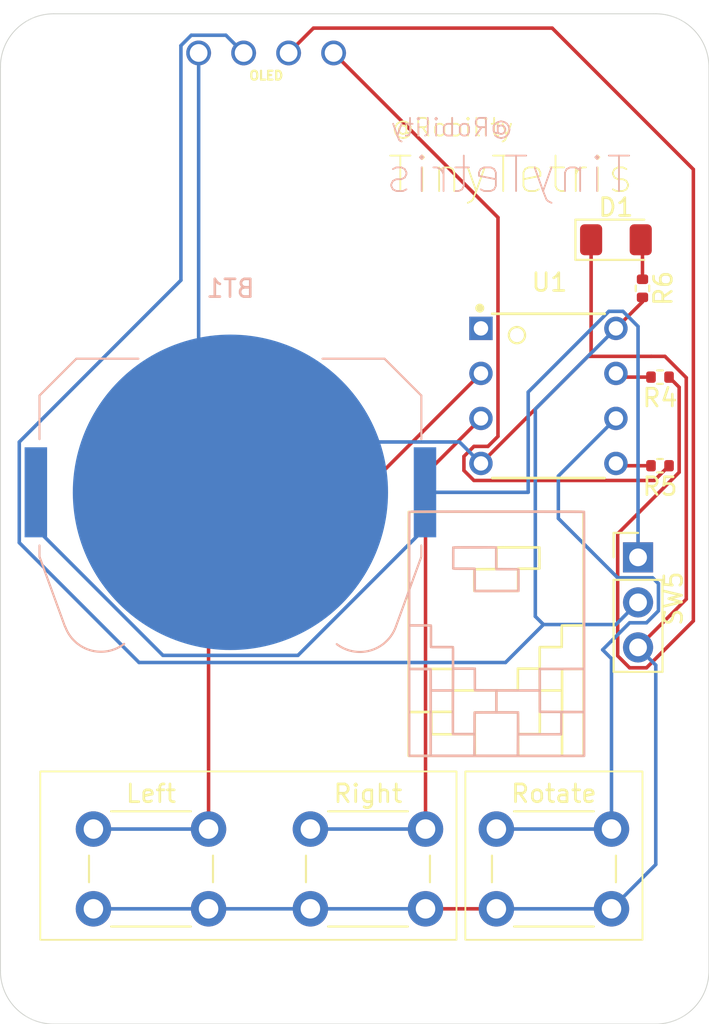
<source format=kicad_pcb>
(kicad_pcb (version 20241229) (generator "pcbnew") (generator_version "9.0")
  (layers (0 "F.Cu" signal) (2 "B.Cu" signal) (13 "F.Paste" user) (15 "B.Paste" user) (5 "F.SilkS" user "F.Silkscreen") (7 "B.SilkS" user "B.Silkscreen") (1 "F.Mask" user) (3 "B.Mask" user) (25 "Edge.Cuts" user))
  (net 0 "")
  (net 1 "GND")
  (net 2 "VCC")
  (net 3 "Net-(U1-PB2)")
  (net 4 "SCL")
  (net 5 "SDA")
  (net 6 "Net-(U1-PB0)")
  (net 7 "VBUS")
  (net 8 "Net-(D1-A)")
  (net 9 "Rotate")
  (net 10 "Right")
  (net 11 "Left")
  (footprint "LED_SMD:LED_1206_3216Metric" (layer "F.Cu") (at 153.75 66.75)
    (property "Reference" "D1" (at 0 -1.83 0) (layer "F.SilkS"))
    (property "Value" "LED")
    (pad "1" smd roundrect (at -1.4 0) (size 1.25 1.75) (layers "F.Cu" "F.Mask" "F.Paste") (roundrect_rratio 0.2) (net 1 "GND"))
    (pad "2" smd roundrect (at 1.4 0) (size 1.25 1.75) (layers "F.Cu" "F.Mask" "F.Paste") (roundrect_rratio 0.2) (net 8 "Net-(D1-A)"))
  )
  (footprint "Connector_PinHeader_2.54mm:PinHeader_1x03_P2.54mm_Vertical" (layer "F.Cu") (at 155 84.67)
    (property "Reference" "SW5" (at 2 2.33 90) (layer "F.SilkS"))
    (property "Value" "SW_SPDT")
    (pad "1" thru_hole rect (at 0 0) (size 1.7 1.7) (drill 1) (layers "*.Cu" "*.Mask") (net 7 "VBUS"))
    (pad "2" thru_hole circle (at 0 2.54) (size 1.7 1.7) (drill 1) (layers "*.Cu" "*.Mask") (net 2 "VCC"))
    (pad "3" thru_hole circle (at 0 5.08) (size 1.7 1.7) (drill 1) (layers "*.Cu" "*.Mask") (net 1 "GND"))
  )
  (footprint "Button_Switch_THT:SW_PUSH_6mm_H4.3mm" (layer "F.Cu") (at 147 100)
    (property "Reference" "Rotate" (at 3.25 -2 0) (layer "F.SilkS"))
    (property "Value" "SW_Push")
    (pad "1" thru_hole circle (at 0 0 90) (size 2 2) (drill 1.1) (layers "*.Cu" "*.Mask") (net 9 "Rotate"))
    (pad "1" thru_hole circle (at 6.5 0 90) (size 2 2) (drill 1.1) (layers "*.Cu" "*.Mask") (net 9 "Rotate"))
    (pad "2" thru_hole circle (at 0 4.5 90) (size 2 2) (drill 1.1) (layers "*.Cu" "*.Mask") (net 1 "GND"))
    (pad "2" thru_hole circle (at 6.5 4.5 90) (size 2 2) (drill 1.1) (layers "*.Cu" "*.Mask") (net 1 "GND"))
  )
  (footprint "footprints:OLED" (layer "F.Cu") (at 134 56.21 180)
    (property "Reference" "OL1")
    (property "Value" "OLED" (hide yes))
    (fp_text user "OLED" (at -0.01 -1.28 0) (layer "F.SilkS") (effects (font (size 0.5 0.5) (thickness 0.125) (bold yes))))
    (pad "1" thru_hole circle (at -3.81 0 180) (size 1.4 1.4) (drill 1) (layers "*.Cu" "*.Mask") (net 5 "SDA"))
    (pad "2" thru_hole circle (at -1.270001 0 180) (size 1.4 1.4) (drill 1) (layers "*.Cu" "*.Mask") (net 4 "SCL"))
    (pad "3" thru_hole circle (at 1.270001 0 180) (size 1.4 1.4) (drill 1) (layers "*.Cu" "*.Mask") (net 2 "VCC"))
    (pad "4" thru_hole circle (at 3.81 0 180) (size 1.4 1.4) (drill 1) (layers "*.Cu" "*.Mask") (net 1 "GND"))
  )
  (footprint "Button_Switch_THT:SW_PUSH_6mm_H4.3mm" (layer "F.Cu") (at 136.5 100)
    (property "Reference" "Right" (at 3.25 -2 0) (layer "F.SilkS"))
    (property "Value" "SW_Push")
    (pad "1" thru_hole circle (at 0 0 90) (size 2 2) (drill 1.1) (layers "*.Cu" "*.Mask") (net 10 "Right"))
    (pad "1" thru_hole circle (at 6.5 0 90) (size 2 2) (drill 1.1) (layers "*.Cu" "*.Mask") (net 10 "Right"))
    (pad "2" thru_hole circle (at 0 4.5 90) (size 2 2) (drill 1.1) (layers "*.Cu" "*.Mask") (net 1 "GND"))
    (pad "2" thru_hole circle (at 6.5 4.5 90) (size 2 2) (drill 1.1) (layers "*.Cu" "*.Mask") (net 1 "GND"))
  )
  (footprint "MountingHole:MountingHole_2.1mm" (layer "F.Cu") (at 122 57)
    (property "Reference" "REF**" (hide yes))
    (property "Value" "MountingHole_2.1mm" (hide yes))
    (pad "" np_thru_hole circle (at 0 0) (size 2.1 2.1) (drill 2.1) (layers "*.Cu" "*.Mask"))
  )
  (footprint "footprints:DIP762W46P254L927H533Q8B" (layer "F.Cu") (at 149.94 75.56)
    (property "Reference" "U1" (at 0.05901 -6.40481 0) (layer "F.SilkS") (effects (font (size 1.000126 1.000126))))
    (property "Value" "ATTINY85-20PU")
    (pad "1" thru_hole rect (at -3.81 -3.81) (size 1.3208 1.3208) (drill 0.8128) (layers "*.Cu" "*.Mask"))
    (pad "2" thru_hole circle (at -3.81 -1.27) (size 1.3208 1.3208) (drill 0.8128) (layers "*.Cu" "*.Mask") (net 11 "Left"))
    (pad "3" thru_hole circle (at -3.81 1.27) (size 1.3208 1.3208) (drill 0.8128) (layers "*.Cu" "*.Mask") (net 10 "Right"))
    (pad "4" thru_hole circle (at -3.81 3.81) (size 1.3208 1.3208) (drill 0.8128) (layers "*.Cu" "*.Mask") (net 1 "GND"))
    (pad "5" thru_hole circle (at 3.81 3.81) (size 1.3208 1.3208) (drill 0.8128) (layers "*.Cu" "*.Mask") (net 6 "Net-(U1-PB0)"))
    (pad "6" thru_hole circle (at 3.81 1.27) (size 1.3208 1.3208) (drill 0.8128) (layers "*.Cu" "*.Mask") (net 9 "Rotate"))
    (pad "7" thru_hole circle (at 3.81 -1.27) (size 1.3208 1.3208) (drill 0.8128) (layers "*.Cu" "*.Mask") (net 3 "Net-(U1-PB2)"))
    (pad "8" thru_hole circle (at 3.81 -3.81) (size 1.3208 1.3208) (drill 0.8128) (layers "*.Cu" "*.Mask") (net 2 "VCC"))
  )
  (footprint "Button_Switch_THT:SW_PUSH_6mm_H4.3mm" (layer "F.Cu") (at 124.25 100)
    (property "Reference" "Left" (at 3.25 -2 0) (layer "F.SilkS"))
    (property "Value" "SW_Push")
    (pad "1" thru_hole circle (at 0 0 90) (size 2 2) (drill 1.1) (layers "*.Cu" "*.Mask") (net 11 "Left"))
    (pad "1" thru_hole circle (at 6.5 0 90) (size 2 2) (drill 1.1) (layers "*.Cu" "*.Mask") (net 11 "Left"))
    (pad "2" thru_hole circle (at 0 4.5 90) (size 2 2) (drill 1.1) (layers "*.Cu" "*.Mask") (net 1 "GND"))
    (pad "2" thru_hole circle (at 6.5 4.5 90) (size 2 2) (drill 1.1) (layers "*.Cu" "*.Mask") (net 1 "GND"))
  )
  (footprint "footprints:TinyTetris" (layer "F.Cu") (at 147 89)
    (property "Reference" "G***" (hide yes))
    (property "Value" "LOGO" (hide yes))
  )
  (footprint "Resistor_SMD:R_0402_1005Metric" (layer "F.Cu") (at 156.240001 79.5 180)
    (property "Reference" "R5" (at 0 -1.17 0) (layer "F.SilkS"))
    (property "Value" "4.7k")
    (pad "1" smd roundrect (at -0.51 0 180) (size 0.54 0.64) (layers "F.Cu" "F.Mask" "F.Paste") (net 5 "SDA"))
    (pad "2" smd roundrect (at 0.51 0 180) (size 0.54 0.64) (layers "F.Cu" "F.Mask" "F.Paste") (net 6 "Net-(U1-PB0)"))
  )
  (footprint "Resistor_SMD:R_0402_1005Metric" (layer "F.Cu") (at 156.240001 74.5 180)
    (property "Reference" "R4" (at 0 -1.17 0) (layer "F.SilkS"))
    (property "Value" "4.7k")
    (pad "1" smd roundrect (at -0.51 0 180) (size 0.54 0.64) (layers "F.Cu" "F.Mask" "F.Paste") (net 4 "SCL"))
    (pad "2" smd roundrect (at 0.51 0 180) (size 0.54 0.64) (layers "F.Cu" "F.Mask" "F.Paste") (net 3 "Net-(U1-PB2)"))
  )
  (footprint "Resistor_SMD:R_0402_1005Metric" (layer "F.Cu") (at 155.25 69.490001 -90)
    (property "Reference" "R6" (at 0 -1.17 90) (layer "F.SilkS"))
    (property "Value" "470")
    (pad "1" smd roundrect (at -0.509999 0 270) (size 0.54 0.64) (layers "F.Cu" "F.Mask" "F.Paste") (net 8 "Net-(D1-A)"))
    (pad "2" smd roundrect (at 0.509999 0 270) (size 0.54 0.64) (layers "F.Cu" "F.Mask" "F.Paste") (net 2 "VCC"))
  )
  (footprint "footprints:TinyTetris" (layer "B.Cu") (at 147 89 180)
    (property "Reference" "G***" (hide yes))
    (property "Value" "LOGO" (hide yes))
  )
  (footprint "Battery:BatteryHolder_Keystone_3034_1x20mm" (layer "B.Cu") (at 131.985 81 180)
    (property "Reference" "BT1" (at 0 11.5 0) (layer "B.SilkS") (effects (justify mirror)))
    (property "Value" "Battery_Cell")
    (pad "1" smd rect (at -10.985 0 180) (size 1.27 5.08) (layers "B.Cu" "B.Mask" "B.Paste") (net 7 "VBUS"))
    (pad "1" smd rect (at 10.985 0 180) (size 1.27 5.08) (layers "B.Cu" "B.Mask" "B.Paste") (net 7 "VBUS"))
    (pad "2" smd circle (at 0 0 180) (size 17.8 17.8) (layers "B.Cu" "B.Mask") (net 1 "GND"))
  )
  (gr_rect (start 121.25 96.75) (end 144.75 106.25) (stroke (width 0.1)) (fill no) (layer "F.SilkS"))
  (gr_rect (start 145.25 96.75) (end 155.25 106.25) (stroke (width 0.1)) (fill no) (layer "F.SilkS"))
  (gr_arc (start 156 54) (mid 158.12132 54.87868) (end 159 57) (stroke (width 0.05)) (layer "Edge.Cuts"))
  (gr_line (start 122 54) (end 156 54) (stroke (width 0.05)) (layer "Edge.Cuts"))
  (gr_arc (start 159 108) (mid 158.12132 110.12132) (end 156 111) (stroke (width 0.05)) (layer "Edge.Cuts"))
  (gr_arc (start 122 111) (mid 119.87868 110.12132) (end 119 108) (stroke (width 0.05)) (layer "Edge.Cuts"))
  (gr_line (start 156 111) (end 122 111) (stroke (width 0.05)) (layer "Edge.Cuts"))
  (gr_arc (start 119 57) (mid 119.87868 54.87868) (end 122 54) (stroke (width 0.05)) (layer "Edge.Cuts"))
  (gr_line (start 119 108) (end 119 57) (stroke (width 0.05)) (layer "Edge.Cuts"))
  (gr_line (start 159 57) (end 159 108) (stroke (width 0.05)) (layer "Edge.Cuts"))
  (gr_text "TinyTetris" (at 140.75 64.25 0) (layer "F.SilkS") (effects (font (size 2 2) (thickness 0.1)) (justify left bottom)))
  (gr_text "@Robility" (at 141 61 0) (layer "F.SilkS") (effects (font (size 1 1) (thickness 0.1)) (justify left bottom)))
  (gr_text "@Robility" (at 148 61 -0) (layer "B.SilkS") (effects (font (size 1 1) (thickness 0.1)) (justify left bottom mirror)))
  (gr_text "TinyTetris" (at 154.75 64.25 -0) (layer "B.SilkS") (effects (font (size 2 2) (thickness 0.1)) (justify left bottom mirror)))
  (segment (start 157.722 74.531659) (end 157.722 87.028) (width 0.2) (layer "F.Cu") (net 1))
  (segment (start 152.35 73.15) (end 152.35 66.75) (width 0.2) (layer "F.Cu") (net 1))
  (segment (start 146.13 79.37) (end 152.35 73.15) (width 0.2) (layer "F.Cu") (net 1))
  (segment (start 152.1714 73.3286) (end 155.75 73.3286) (width 0.2) (layer "F.Cu") (net 1))
  (segment (start 156.518941 73.3286) (end 157.722 74.531659) (width 0.2) (layer "F.Cu") (net 1))
  (segment (start 143 104.5) (end 147 104.5) (width 0.2) (layer "F.Cu") (net 1))
  (segment (start 155.75 73.3286) (end 156.518941 73.3286) (width 0.2) (layer "F.Cu") (net 1))
  (segment (start 157.722 87.028) (end 155 89.75) (width 0.2) (layer "F.Cu") (net 1))
  (segment (start 131.985 81) (end 134.826 78.159) (width 0.2) (layer "B.Cu") (net 1))
  (segment (start 136.5 104.5) (end 143 104.5) (width 0.2) (layer "B.Cu") (net 1))
  (segment (start 130.19 79.205) (end 131.985 81) (width 0.2) (layer "B.Cu") (net 1))
  (segment (start 134.826 78.159) (end 144.919 78.159) (width 0.2) (layer "B.Cu") (net 1))
  (segment (start 130.19 56.21) (end 130.19 79.205) (width 0.2) (layer "B.Cu") (net 1))
  (segment (start 144.919 78.159) (end 146.13 79.37) (width 0.2) (layer "B.Cu") (net 1))
  (segment (start 156 90.75) (end 156 102) (width 0.2) (layer "B.Cu") (net 1))
  (segment (start 147 104.5) (end 153.5 104.5) (width 0.2) (layer "B.Cu") (net 1))
  (segment (start 124.25 104.5) (end 130.75 104.5) (width 0.2) (layer "B.Cu") (net 1))
  (segment (start 156 102) (end 153.5 104.5) (width 0.2) (layer "B.Cu") (net 1))
  (segment (start 130.75 104.5) (end 136.5 104.5) (width 0.2) (layer "B.Cu") (net 1))
  (segment (start 155 89.75) (end 156 90.75) (width 0.2) (layer "B.Cu") (net 1))
  (segment (start 155.25 70) (end 155.25 70.25) (width 0.2) (layer "F.Cu") (net 2))
  (segment (start 155.25 70.25) (end 153.75 71.75) (width 0.2) (layer "F.Cu") (net 2))
  (segment (start 126.825 90.602) (end 147.517 90.602) (width 0.2) (layer "B.Cu") (net 2))
  (segment (start 149.659 88.46) (end 149.199 88) (width 0.2) (layer "B.Cu") (net 2))
  (segment (start 153.75 88.46) (end 155 87.21) (width 0.2) (layer "B.Cu") (net 2))
  (segment (start 129.189 55.795372) (end 129.189 69.034) (width 0.2) (layer "B.Cu") (net 2))
  (segment (start 153.75 71.75) (end 149.199 76.301) (width 0.2) (layer "B.Cu") (net 2))
  (segment (start 129.189 69.034) (end 120.064 78.159) (width 0.2) (layer "B.Cu") (net 2))
  (segment (start 131.728999 55.209) (end 129.775372 55.209) (width 0.2) (layer "B.Cu") (net 2))
  (segment (start 147.517 90.602) (end 149.659 88.46) (width 0.2) (layer "B.Cu") (net 2))
  (segment (start 120.064 83.841) (end 126.825 90.602) (width 0.2) (layer "B.Cu") (net 2))
  (segment (start 129.775372 55.209) (end 129.189 55.795372) (width 0.2) (layer "B.Cu") (net 2))
  (segment (start 149.199 76.301) (end 149.199 88) (width 0.2) (layer "B.Cu") (net 2))
  (segment (start 153.75 88.46) (end 149.659 88.46) (width 0.2) (layer "B.Cu") (net 2))
  (segment (start 120.064 78.159) (end 120.064 83.841) (width 0.2) (layer "B.Cu") (net 2))
  (segment (start 132.729999 56.21) (end 131.728999 55.209) (width 0.2) (layer "B.Cu") (net 2))
  (segment (start 153.96 74.5) (end 153.75 74.29) (width 0.2) (layer "F.Cu") (net 3))
  (segment (start 155.730002 74.5) (end 153.96 74.5) (width 0.2) (layer "F.Cu") (net 3))
  (segment (start 150.1522 54.808) (end 136.672001 54.808) (width 0.2) (layer "F.Cu") (net 4))
  (segment (start 156.75 74.5) (end 157.321 75.071) (width 0.2) (layer "F.Cu") (net 4))
  (segment (start 153.849 83.34134) (end 153.849 90.22676) (width 0.2) (layer "F.Cu") (net 4))
  (segment (start 155.47676 90.901) (end 158.123 88.25476) (width 0.2) (layer "F.Cu") (net 4))
  (segment (start 136.672001 54.808) (end 135.270001 56.21) (width 0.2) (layer "F.Cu") (net 4))
  (segment (start 158.123 62.7788) (end 150.1522 54.808) (width 0.2) (layer "F.Cu") (net 4))
  (segment (start 153.849 90.22676) (end 154.52324 90.901) (width 0.2) (layer "F.Cu") (net 4))
  (segment (start 157.321 79.86934) (end 153.849 83.34134) (width 0.2) (layer "F.Cu") (net 4))
  (segment (start 158.123 88.25476) (end 158.123 62.7788) (width 0.2) (layer "F.Cu") (net 4))
  (segment (start 157.321 75.071) (end 157.321 79.86934) (width 0.2) (layer "F.Cu") (net 4))
  (segment (start 154.52324 90.901) (end 155.47676 90.901) (width 0.2) (layer "F.Cu") (net 4))
  (segment (start 156.750001 79.5) (end 155.918601 80.3314) (width 0.2) (layer "F.Cu") (net 5))
  (segment (start 145.731775 80.3314) (end 145.1686 79.768225) (width 0.2) (layer "F.Cu") (net 5))
  (segment (start 145.1686 78.971775) (end 145.731775 78.4086) (width 0.2) (layer "F.Cu") (net 5))
  (segment (start 145.1686 79.768225) (end 145.1686 78.971775) (width 0.2) (layer "F.Cu") (net 5))
  (segment (start 147.0914 77.8415) (end 147.0914 65.4914) (width 0.2) (layer "F.Cu") (net 5))
  (segment (start 155.918601 80.3314) (end 145.731775 80.3314) (width 0.2) (layer "F.Cu") (net 5))
  (segment (start 147.0914 65.4914) (end 137.81 56.21) (width 0.2) (layer "F.Cu") (net 5))
  (segment (start 145.731775 78.4086) (end 146.5243 78.4086) (width 0.2) (layer "F.Cu") (net 5))
  (segment (start 146.5243 78.4086) (end 147.0914 77.8415) (width 0.2) (layer "F.Cu") (net 5))
  (segment (start 153.88 79.5) (end 153.75 79.37) (width 0.2) (layer "F.Cu") (net 6))
  (segment (start 155.730002 79.5) (end 153.88 79.5) (width 0.2) (layer "F.Cu") (net 6))
  (segment (start 148.798 81) (end 148.798 75.342375) (width 0.2) (layer "B.Cu") (net 7))
  (segment (start 128.173821 90.201) (end 135.796179 90.201) (width 0.2) (layer "B.Cu") (net 7))
  (segment (start 155 71.640375) (end 155 84.67) (width 0.2) (layer "B.Cu") (net 7))
  (segment (start 135.796179 90.201) (end 142.97 83.027179) (width 0.2) (layer "B.Cu") (net 7))
  (segment (start 148.798 75.342375) (end 153.351775 70.7886) (width 0.2) (layer "B.Cu") (net 7))
  (segment (start 154.148225 70.7886) (end 155 71.640375) (width 0.2) (layer "B.Cu") (net 7))
  (segment (start 142.97 83.027179) (end 142.97 81) (width 0.2) (layer "B.Cu") (net 7))
  (segment (start 121 81) (end 121 83.027179) (width 0.2) (layer "B.Cu") (net 7))
  (segment (start 121 83.027179) (end 128.173821 90.201) (width 0.2) (layer "B.Cu") (net 7))
  (segment (start 153.351775 70.7886) (end 154.148225 70.7886) (width 0.2) (layer "B.Cu") (net 7))
  (segment (start 142.97 81) (end 148.798 81) (width 0.2) (layer "B.Cu") (net 7))
  (segment (start 155.25 66.85) (end 155.15 66.75) (width 0.2) (layer "F.Cu") (net 8))
  (segment (start 155.25 68.980002) (end 155.25 66.85) (width 0.2) (layer "F.Cu") (net 8))
  (segment (start 153 89.88424) (end 153.5 90.38424) (width 0.2) (layer "B.Cu") (net 9))
  (segment (start 156.151 86.151) (end 155.821 85.821) (width 0.2) (layer "B.Cu") (net 9))
  (segment (start 153.5 90.38424) (end 153.5 100) (width 0.2) (layer "B.Cu") (net 9))
  (segment (start 155.821 85.821) (end 153.849 85.821) (width 0.2) (layer "B.Cu") (net 9))
  (segment (start 150.5 80.08) (end 153.75 76.83) (width 0.2) (layer "B.Cu") (net 9))
  (segment (start 153.849 85.821) (end 150.5 82.472) (width 0.2) (layer "B.Cu") (net 9))
  (segment (start 155.47676 88.361) (end 156.151 87.68676) (width 0.2) (layer "B.Cu") (net 9))
  (segment (start 150.5 82.472) (end 150.5 80.08) (width 0.2) (layer "B.Cu") (net 9))
  (segment (start 156.151 87.68676) (end 156.151 86.151) (width 0.2) (layer "B.Cu") (net 9))
  (segment (start 153.5 100) (end 147 100) (width 0.2) (layer "B.Cu") (net 9))
  (segment (start 154.52324 88.361) (end 155.47676 88.361) (width 0.2) (layer "B.Cu") (net 9))
  (segment (start 153 89.88424) (end 154.52324 88.361) (width 0.2) (layer "B.Cu") (net 9))
  (segment (start 143 100) (end 143 79.96) (width 0.2) (layer "F.Cu") (net 10))
  (segment (start 143 79.96) (end 146.13 76.83) (width 0.2) (layer "F.Cu") (net 10))
  (segment (start 143 100) (end 136.5 100) (width 0.2) (layer "B.Cu") (net 10))
  (segment (start 130.75 100) (end 130.75 89.67) (width 0.2) (layer "F.Cu") (net 11))
  (segment (start 130.75 89.67) (end 146.13 74.29) (width 0.2) (layer "F.Cu") (net 11))
  (segment (start 130.75 100) (end 124.25 100) (width 0.2) (layer "B.Cu") (net 11))
)
</source>
